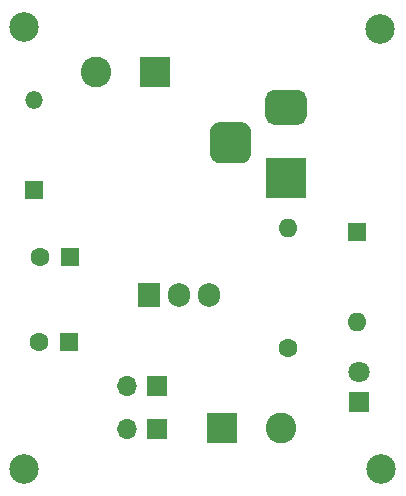
<source format=gbr>
%TF.GenerationSoftware,KiCad,Pcbnew,(5.1.9-0-10_14)*%
%TF.CreationDate,2021-05-04T15:01:54-04:00*%
%TF.ProjectId,POWER,504f5745-522e-46b6-9963-61645f706362,rev?*%
%TF.SameCoordinates,Original*%
%TF.FileFunction,Soldermask,Top*%
%TF.FilePolarity,Negative*%
%FSLAX46Y46*%
G04 Gerber Fmt 4.6, Leading zero omitted, Abs format (unit mm)*
G04 Created by KiCad (PCBNEW (5.1.9-0-10_14)) date 2021-05-04 15:01:54*
%MOMM*%
%LPD*%
G01*
G04 APERTURE LIST*
%ADD10R,3.500000X3.500000*%
%ADD11C,2.500000*%
%ADD12C,2.600000*%
%ADD13R,2.600000X2.600000*%
%ADD14O,1.700000X1.700000*%
%ADD15R,1.700000X1.700000*%
%ADD16O,1.600000X1.600000*%
%ADD17R,1.600000X1.600000*%
%ADD18C,1.600000*%
%ADD19C,1.800000*%
%ADD20R,1.800000X1.800000*%
%ADD21O,1.500000X1.500000*%
%ADD22R,1.500000X1.500000*%
%ADD23O,1.905000X2.000000*%
%ADD24R,1.905000X2.000000*%
G04 APERTURE END LIST*
%TO.C,J5*%
G36*
G01*
X128989120Y-68188640D02*
X130739120Y-68188640D01*
G75*
G02*
X131614120Y-69063640I0J-875000D01*
G01*
X131614120Y-70813640D01*
G75*
G02*
X130739120Y-71688640I-875000J0D01*
G01*
X128989120Y-71688640D01*
G75*
G02*
X128114120Y-70813640I0J875000D01*
G01*
X128114120Y-69063640D01*
G75*
G02*
X128989120Y-68188640I875000J0D01*
G01*
G37*
G36*
G01*
X133564120Y-65438640D02*
X135564120Y-65438640D01*
G75*
G02*
X136314120Y-66188640I0J-750000D01*
G01*
X136314120Y-67688640D01*
G75*
G02*
X135564120Y-68438640I-750000J0D01*
G01*
X133564120Y-68438640D01*
G75*
G02*
X132814120Y-67688640I0J750000D01*
G01*
X132814120Y-66188640D01*
G75*
G02*
X133564120Y-65438640I750000J0D01*
G01*
G37*
D10*
X134564120Y-72938640D03*
%TD*%
D11*
%TO.C,REF\u002A\u002A*%
X142534640Y-60284360D03*
%TD*%
%TO.C,REF\u002A\u002A*%
X112420400Y-60111640D03*
%TD*%
%TO.C,REF\u002A\u002A*%
X142646400Y-97571560D03*
%TD*%
%TO.C,REF\u002A\u002A*%
X112415320Y-97596960D03*
%TD*%
D12*
%TO.C,J4*%
X134108200Y-94127320D03*
D13*
X129108200Y-94127320D03*
%TD*%
D14*
%TO.C,J3*%
X121119900Y-90502740D03*
D15*
X123659900Y-90502740D03*
%TD*%
D14*
%TO.C,J2*%
X121119900Y-94211140D03*
D15*
X123659900Y-94211140D03*
%TD*%
D16*
%TO.C,SW1*%
X140550900Y-85140800D03*
D17*
X140550900Y-77520800D03*
%TD*%
D16*
%TO.C,R1*%
X134747000Y-77165200D03*
D18*
X134747000Y-87325200D03*
%TD*%
D19*
%TO.C,D2*%
X140779500Y-89331800D03*
D20*
X140779500Y-91871800D03*
%TD*%
D21*
%TO.C,D1*%
X113205260Y-66296540D03*
D22*
X113205260Y-73916540D03*
%TD*%
D12*
%TO.C,J1*%
X118497340Y-63941960D03*
D13*
X123497340Y-63941960D03*
%TD*%
D23*
%TO.C,U1*%
X128071880Y-82859880D03*
X125531880Y-82859880D03*
D24*
X122991880Y-82859880D03*
%TD*%
D18*
%TO.C,C2*%
X113674520Y-86771480D03*
D17*
X116174520Y-86771480D03*
%TD*%
D18*
%TO.C,C1*%
X113771040Y-79623920D03*
D17*
X116271040Y-79623920D03*
%TD*%
M02*

</source>
